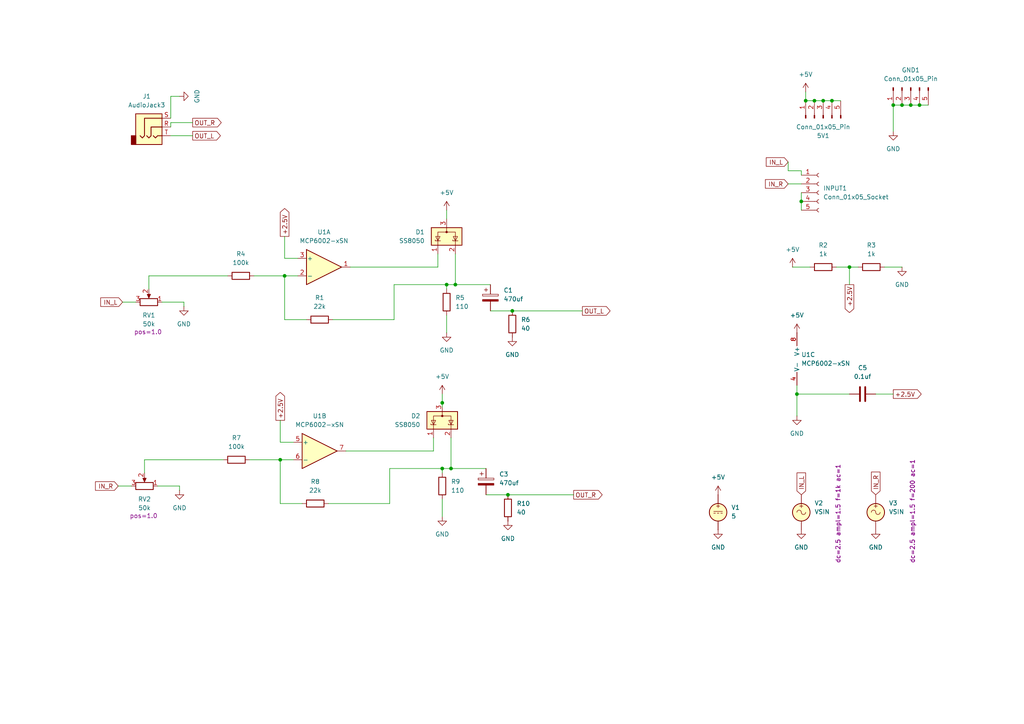
<source format=kicad_sch>
(kicad_sch (version 20231120) (generator "eeschema") (generator_version "8.0")
  (paper "A4")
  (lib_symbols
    (symbol "Amplifier_Operational:MCP6002-xSN" (pin_names (offset 0.127))
      (property "Reference" "U" (at 0 5.08 0))
      (property "Value" "MCP6002-xSN" (at 0 -5.08 0))
      (symbol "MCP6002-xSN_1_1"
        (polyline (pts (xy -5.08 5.08) (xy 5.08 0) (xy -5.08 -5.08) (xy -5.08 5.08)) (stroke (width 0.254)) (fill (type background)))
        (pin output line (at 7.62 0 180) (length 2.54) (name "~") (number "1"))
        (pin input line (at -7.62 -2.54 0) (length 2.54) (name "-") (number "2"))
        (pin input line (at -7.62 2.54 0) (length 2.54) (name "+") (number "3"))
      )
      (symbol "MCP6002-xSN_2_1"
        (polyline (pts (xy -5.08 5.08) (xy 5.08 0) (xy -5.08 -5.08) (xy -5.08 5.08)) (stroke (width 0.254)) (fill (type background)))
        (pin input line (at -7.62 2.54 0) (length 2.54) (name "+") (number "5"))
        (pin input line (at -7.62 -2.54 0) (length 2.54) (name "-") (number "6"))
        (pin output line (at 7.62 0 180) (length 2.54) (name "~") (number "7"))
      )
      (symbol "MCP6002-xSN_3_1"
        (pin power_in line (at -2.54 -7.62 90) (length 3.81) (name "V-") (number "4"))
        (pin power_in line (at -2.54 7.62 270) (length 3.81) (name "V+") (number "8"))
      )
    )
    (symbol "Connector:Conn_01x05_Pin" (pin_names (offset 1.016) hide)
      (property "Reference" "J" (at 0 7.62 0))
      (property "Value" "Conn_01x05_Pin" (at 0 -7.62 0))
      (symbol "Conn_01x05_Pin_1_1"
        (polyline (pts (xy 1.27 -5.08) (xy 0.8636 -5.08)) (stroke (width 0.1524)))
        (polyline (pts (xy 1.27 -2.54) (xy 0.8636 -2.54)) (stroke (width 0.1524)))
        (polyline (pts (xy 1.27 0) (xy 0.8636 0)) (stroke (width 0.1524)))
        (polyline (pts (xy 1.27 2.54) (xy 0.8636 2.54)) (stroke (width 0.1524)))
        (polyline (pts (xy 1.27 5.08) (xy 0.8636 5.08)) (stroke (width 0.1524)))
        (rectangle (start 0.8636 -4.953) (end 0 -5.207) (stroke (width 0.1524)) (fill (type outline)))
        (rectangle (start 0.8636 -2.413) (end 0 -2.667) (stroke (width 0.1524)) (fill (type outline)))
        (rectangle (start 0.8636 0.127) (end 0 -0.127) (stroke (width 0.1524)) (fill (type outline)))
        (rectangle (start 0.8636 2.667) (end 0 2.413) (stroke (width 0.1524)) (fill (type outline)))
        (rectangle (start 0.8636 5.207) (end 0 4.953) (stroke (width 0.1524)) (fill (type outline)))
        (pin passive line (at 5.08 5.08 180) (length 3.81) (name "Pin_1") (number "1"))
        (pin passive line (at 5.08 2.54 180) (length 3.81) (name "Pin_2") (number "2"))
        (pin passive line (at 5.08 0 180) (length 3.81) (name "Pin_3") (number "3"))
        (pin passive line (at 5.08 -2.54 180) (length 3.81) (name "Pin_4") (number "4"))
        (pin passive line (at 5.08 -5.08 180) (length 3.81) (name "Pin_5") (number "5"))
      )
    )
    (symbol "Connector:Conn_01x05_Socket" (pin_names (offset 1.016) hide)
      (property "Reference" "J" (at 0 7.62 0))
      (property "Value" "Conn_01x05_Socket" (at 0 -7.62 0))
      (symbol "Conn_01x05_Socket_1_1"
        (arc (start 0 -4.572) (mid -0.5058 -5.08) (end 0 -5.588) (stroke (width 0.1524)))
        (arc (start 0 -2.032) (mid -0.5058 -2.54) (end 0 -3.048) (stroke (width 0.1524)))
        (polyline (pts (xy -1.27 -5.08) (xy -0.508 -5.08)) (stroke (width 0.1524)))
        (polyline (pts (xy -1.27 -2.54) (xy -0.508 -2.54)) (stroke (width 0.1524)))
        (polyline (pts (xy -1.27 0) (xy -0.508 0)) (stroke (width 0.1524)))
        (polyline (pts (xy -1.27 2.54) (xy -0.508 2.54)) (stroke (width 0.1524)))
        (polyline (pts (xy -1.27 5.08) (xy -0.508 5.08)) (stroke (width 0.1524)))
        (arc (start 0 0.508) (mid -0.5058 0) (end 0 -0.508) (stroke (width 0.1524)))
        (arc (start 0 3.048) (mid -0.5058 2.54) (end 0 2.032) (stroke (width 0.1524)))
        (arc (start 0 5.588) (mid -0.5058 5.08) (end 0 4.572) (stroke (width 0.1524)))
        (pin passive line (at -5.08 5.08 0) (length 3.81) (name "Pin_1") (number "1"))
        (pin passive line (at -5.08 2.54 0) (length 3.81) (name "Pin_2") (number "2"))
        (pin passive line (at -5.08 0 0) (length 3.81) (name "Pin_3") (number "3"))
        (pin passive line (at -5.08 -2.54 0) (length 3.81) (name "Pin_4") (number "4"))
        (pin passive line (at -5.08 -5.08 0) (length 3.81) (name "Pin_5") (number "5"))
      )
    )
    (symbol "Connector_Audio:AudioJack3"
      (property "Reference" "J" (at 0 8.89 0))
      (property "Value" "AudioJack3" (at 0 6.35 0))
      (symbol "AudioJack3_0_1"
        (rectangle (start -5.08 -5.08) (end -6.35 -2.54) (stroke (width 0.254)) (fill (type outline)))
        (polyline (pts (xy 0 -2.54) (xy 0.635 -3.175) (xy 1.27 -2.54) (xy 2.54 -2.54)) (stroke (width 0.254)))
        (polyline (pts (xy -1.905 -2.54) (xy -1.27 -3.175) (xy -0.635 -2.54) (xy -0.635 0) (xy 2.54 0)) (stroke (width 0.254)))
        (polyline (pts (xy 2.54 2.54) (xy -2.54 2.54) (xy -2.54 -2.54) (xy -3.175 -3.175) (xy -3.81 -2.54)) (stroke (width 0.254)))
        (rectangle (start 2.54 3.81) (end -5.08 -5.08) (stroke (width 0.254)) (fill (type background)))
      )
      (symbol "AudioJack3_1_1"
        (pin passive line (at 5.08 0 180) (length 2.54) (name "~") (number "R"))
        (pin passive line (at 5.08 2.54 180) (length 2.54) (name "~") (number "S"))
        (pin passive line (at 5.08 -2.54 180) (length 2.54) (name "~") (number "T"))
      )
    )
    (symbol "Device:C" (pin_numbers hide) (pin_names (offset 0.254))
      (property "Reference" "C" (at 0.635 2.54 0))
      (property "Value" "C" (at 0.635 -2.54 0))
      (symbol "C_0_1"
        (polyline (pts (xy -2.032 -0.762) (xy 2.032 -0.762)) (stroke (width 0.508)))
        (polyline (pts (xy -2.032 0.762) (xy 2.032 0.762)) (stroke (width 0.508)))
      )
      (symbol "C_1_1"
        (pin passive line (at 0 3.81 270) (length 2.794) (name "~") (number "1"))
        (pin passive line (at 0 -3.81 90) (length 2.794) (name "~") (number "2"))
      )
    )
    (symbol "Device:C_Polarized" (pin_numbers hide) (pin_names (offset 0.254))
      (property "Reference" "C" (at 0.635 2.54 0))
      (property "Value" "C_Polarized" (at 0.635 -2.54 0))
      (symbol "C_Polarized_0_1"
        (rectangle (start -2.286 0.508) (end 2.286 1.016))
        (polyline (pts (xy -1.778 2.286) (xy -0.762 2.286)))
        (polyline (pts (xy -1.27 2.794) (xy -1.27 1.778)))
        (rectangle (start 2.286 -0.508) (end -2.286 -1.016) (fill (type outline)))
      )
      (symbol "C_Polarized_1_1"
        (pin passive line (at 0 3.81 270) (length 2.794) (name "~") (number "1"))
        (pin passive line (at 0 -3.81 90) (length 2.794) (name "~") (number "2"))
      )
    )
    (symbol "Device:R" (pin_numbers hide) (pin_names (offset 0))
      (property "Reference" "R" (at 2.032 0 90))
      (property "Value" "R" (at 0 0 90))
      (symbol "R_0_1"
        (rectangle (start -1.016 -2.54) (end 1.016 2.54) (stroke (width 0.254)))
      )
      (symbol "R_1_1"
        (pin passive line (at 0 3.81 270) (length 1.27) (name "~") (number "1"))
        (pin passive line (at 0 -3.81 90) (length 1.27) (name "~") (number "2"))
      )
    )
    (symbol "Device:R_Potentiometer" (pin_names (offset 1.016) hide)
      (property "Reference" "RV" (at -4.445 0 90))
      (property "Value" "R_Potentiometer" (at -2.54 0 90))
      (symbol "R_Potentiometer_0_1"
        (polyline (pts (xy 2.54 0) (xy 1.524 0)))
        (polyline (pts (xy 1.143 0) (xy 2.286 0.508) (xy 2.286 -0.508) (xy 1.143 0)) (fill (type outline)))
        (rectangle (start 1.016 2.54) (end -1.016 -2.54) (stroke (width 0.254)))
      )
      (symbol "R_Potentiometer_1_1"
        (pin passive line (at 0 3.81 270) (length 1.27) (name "1") (number "1"))
        (pin passive line (at 3.81 0 180) (length 1.27) (name "2") (number "2"))
        (pin passive line (at 0 -3.81 90) (length 1.27) (name "3") (number "3"))
      )
    )
    (symbol "Power_Protection:ESDA5V3L" (pin_names hide)
      (property "Reference" "D" (at 5.715 2.54 0))
      (property "Value" "ESDA5V3L" (at 5.715 0.635 0))
      (symbol "ESDA5V3L_0_0"
        (pin passive line (at 0 -5.08 90) (length 2.54) (name "A") (number "3"))
      )
      (symbol "ESDA5V3L_0_1"
        (rectangle (start -4.445 2.54) (end 4.445 -2.54) (stroke (width 0.254)) (fill (type background)))
        (circle (center 0 -1.27) (radius 0.254) (fill (type outline)))
        (polyline (pts (xy -2.54 2.54) (xy -2.54 1.27)))
        (polyline (pts (xy 0 -1.27) (xy 0 -2.54)))
        (polyline (pts (xy 2.54 2.54) (xy 2.54 1.27)))
        (polyline (pts (xy -3.302 1.016) (xy -3.302 1.27) (xy -1.905 1.27) (xy -1.778 1.27)))
        (polyline (pts (xy -2.54 1.27) (xy -2.54 -1.27) (xy 2.54 -1.27) (xy 2.54 1.27)))
        (polyline (pts (xy -2.54 1.27) (xy -1.905 0) (xy -3.175 0) (xy -2.54 1.27)))
        (polyline (pts (xy 1.778 1.016) (xy 1.778 1.27) (xy 3.175 1.27) (xy 3.302 1.27)))
        (polyline (pts (xy 2.54 1.27) (xy 1.905 0) (xy 3.175 0) (xy 2.54 1.27)))
      )
      (symbol "ESDA5V3L_1_1"
        (pin passive line (at -2.54 5.08 270) (length 2.54) (name "K") (number "1"))
        (pin passive line (at 2.54 5.08 270) (length 2.54) (name "K") (number "2"))
      )
    )
    (symbol "Simulation_SPICE:VDC" (pin_numbers hide) (pin_names (offset 0.0254))
      (property "Reference" "V" (at 2.54 2.54 0))
      (property "Value" "1" (at 2.54 0 0))
      (symbol "VDC_0_0"
        (polyline (pts (xy -1.27 0.254) (xy 1.27 0.254)))
        (polyline (pts (xy -0.762 -0.254) (xy -1.27 -0.254)))
        (polyline (pts (xy 0.254 -0.254) (xy -0.254 -0.254)))
        (polyline (pts (xy 1.27 -0.254) (xy 0.762 -0.254)))
        (text "+" (at 0 1.905 0) (effects (font (size 1.27 1.27))))
      )
      (symbol "VDC_0_1"
        (circle (center 0 0) (radius 2.54) (stroke (width 0.254)) (fill (type background)))
      )
      (symbol "VDC_1_1"
        (pin passive line (at 0 5.08 270) (length 2.54) (name "~") (number "1"))
        (pin passive line (at 0 -5.08 90) (length 2.54) (name "~") (number "2"))
      )
    )
    (symbol "Simulation_SPICE:VSIN" (pin_numbers hide) (pin_names (offset 0.0254))
      (property "Reference" "V" (at 2.54 2.54 0))
      (property "Value" "VSIN" (at 2.54 0 0))
      (property "Sim.Params" "dc=0 ampl=1 f=1k ac=1" (at 2.54 -2.54 0))
      (symbol "VSIN_0_0"
        (arc (start 0 0) (mid -0.635 0.6323) (end -1.27 0))
        (arc (start 0 0) (mid 0.635 -0.6323) (end 1.27 0))
        (text "+" (at 0 1.905 0) (effects (font (size 1.27 1.27))))
      )
      (symbol "VSIN_0_1"
        (circle (center 0 0) (radius 2.54) (stroke (width 0.254)) (fill (type background)))
      )
      (symbol "VSIN_1_1"
        (pin passive line (at 0 5.08 270) (length 2.54) (name "~") (number "1"))
        (pin passive line (at 0 -5.08 90) (length 2.54) (name "~") (number "2"))
      )
    )
    (symbol "power:+5V" (power) (pin_numbers hide) (pin_names (offset 0) hide)
      (property "Value" "+5V" (at 0 3.556 0))
      (symbol "+5V_0_1"
        (polyline (pts (xy -0.762 1.27) (xy 0 2.54)))
        (polyline (pts (xy 0 0) (xy 0 2.54)))
        (polyline (pts (xy 0 2.54) (xy 0.762 1.27)))
      )
      (symbol "+5V_1_1"
        (pin power_in line (at 0 0 90) (length 0) (name "~") (number "1"))
      )
    )
    (symbol "power:GND" (power) (pin_numbers hide) (pin_names (offset 0) hide)
      (property "Value" "GND" (at 0 -3.81 0))
      (symbol "GND_0_1"
        (polyline (pts (xy 0 0) (xy 0 -1.27) (xy 1.27 -1.27) (xy 0 -2.54) (xy -1.27 -1.27) (xy 0 -1.27)))
      )
      (symbol "GND_1_1"
        (pin power_in line (at 0 0 270) (length 0) (name "~") (number "1"))
      )
    )
  )
  (junction (at 82.55 80.01))
  (junction (at 261.62 30.48))
  (junction (at 81.28 133.35))
  (junction (at 128.27 135.89))
  (junction (at 266.7 30.48))
  (junction (at 129.54 82.55))
  (junction (at 241.3 29.21))
  (junction (at 231.14 114.3))
  (junction (at 130.81 135.89))
  (junction (at 264.16 30.48))
  (junction (at 236.22 29.21))
  (junction (at 232.41 58.42))
  (junction (at 246.38 77.47))
  (junction (at 148.59 90.17))
  (junction (at 128.27 116.84))
  (junction (at 132.08 82.55))
  (junction (at 147.32 143.51))
  (junction (at 233.68 29.21))
  (junction (at 238.76 29.21))
  (junction (at 259.08 30.48))
  (wire (pts (xy 128.27 149.86) (xy 128.27 144.78)))
  (wire (pts (xy 128.27 116.84) (xy 128.27 118.11)))
  (wire (pts (xy 53.34 87.63) (xy 53.34 88.9)))
  (wire (pts (xy 231.14 120.65) (xy 231.14 114.3)))
  (wire (pts (xy 147.32 143.51) (xy 166.37 143.51)))
  (wire (pts (xy 129.54 82.55) (xy 132.08 82.55)))
  (wire (pts (xy 55.88 39.37) (xy 49.53 39.37)))
  (wire (pts (xy 81.28 121.92) (xy 81.28 128.27)))
  (wire (pts (xy 228.6 46.99) (xy 228.6 49.53)))
  (wire (pts (xy 242.57 77.47) (xy 246.38 77.47)))
  (wire (pts (xy 88.9 92.71) (xy 82.55 92.71)))
  (wire (pts (xy 82.55 68.58) (xy 82.55 74.93)))
  (wire (pts (xy 232.41 58.42) (xy 232.41 60.96)))
  (wire (pts (xy 81.28 133.35) (xy 85.09 133.35)))
  (wire (pts (xy 243.84 29.21) (xy 241.3 29.21)))
  (wire (pts (xy 130.81 135.89) (xy 140.97 135.89)))
  (wire (pts (xy 73.66 80.01) (xy 82.55 80.01)))
  (wire (pts (xy 233.68 26.67) (xy 233.68 29.21)))
  (wire (pts (xy 228.6 53.34) (xy 232.41 53.34)))
  (wire (pts (xy 128.27 135.89) (xy 130.81 135.89)))
  (wire (pts (xy 82.55 74.93) (xy 86.36 74.93)))
  (wire (pts (xy 96.52 92.71) (xy 114.3 92.71)))
  (wire (pts (xy 266.7 30.48) (xy 269.24 30.48)))
  (wire (pts (xy 114.3 92.71) (xy 114.3 82.55)))
  (wire (pts (xy 132.08 82.55) (xy 142.24 82.55)))
  (wire (pts (xy 127 77.47) (xy 127 73.66)))
  (wire (pts (xy 100.33 130.81) (xy 125.73 130.81)))
  (wire (pts (xy 49.53 27.94) (xy 49.53 34.29)))
  (wire (pts (xy 114.3 82.55) (xy 129.54 82.55)))
  (wire (pts (xy 259.08 30.48) (xy 261.62 30.48)))
  (wire (pts (xy 81.28 146.05) (xy 81.28 133.35)))
  (wire (pts (xy 129.54 96.52) (xy 129.54 91.44)))
  (wire (pts (xy 259.08 30.48) (xy 259.08 38.1)))
  (wire (pts (xy 128.27 137.16) (xy 128.27 135.89)))
  (wire (pts (xy 241.3 29.21) (xy 238.76 29.21)))
  (wire (pts (xy 228.6 49.53) (xy 232.41 49.53)))
  (wire (pts (xy 49.53 35.56) (xy 49.53 36.83)))
  (wire (pts (xy 55.88 35.56) (xy 49.53 35.56)))
  (wire (pts (xy 264.16 30.48) (xy 266.7 30.48)))
  (wire (pts (xy 101.6 77.47) (xy 127 77.47)))
  (wire (pts (xy 82.55 92.71) (xy 82.55 80.01)))
  (wire (pts (xy 236.22 29.21) (xy 233.68 29.21)))
  (wire (pts (xy 261.62 77.47) (xy 256.54 77.47)))
  (wire (pts (xy 87.63 146.05) (xy 81.28 146.05)))
  (wire (pts (xy 46.99 87.63) (xy 53.34 87.63)))
  (wire (pts (xy 238.76 29.21) (xy 236.22 29.21)))
  (wire (pts (xy 43.18 80.01) (xy 66.04 80.01)))
  (wire (pts (xy 81.28 128.27) (xy 85.09 128.27)))
  (wire (pts (xy 72.39 133.35) (xy 81.28 133.35)))
  (wire (pts (xy 232.41 49.53) (xy 232.41 50.8)))
  (wire (pts (xy 259.08 114.3) (xy 254 114.3)))
  (wire (pts (xy 125.73 130.81) (xy 125.73 127)))
  (wire (pts (xy 132.08 73.66) (xy 132.08 82.55)))
  (wire (pts (xy 246.38 77.47) (xy 248.92 77.47)))
  (wire (pts (xy 113.03 146.05) (xy 113.03 135.89)))
  (wire (pts (xy 231.14 114.3) (xy 246.38 114.3)))
  (wire (pts (xy 41.91 137.16) (xy 41.91 133.35)))
  (wire (pts (xy 140.97 143.51) (xy 147.32 143.51)))
  (wire (pts (xy 35.56 87.63) (xy 39.37 87.63)))
  (wire (pts (xy 128.27 114.3) (xy 128.27 116.84)))
  (wire (pts (xy 229.87 77.47) (xy 234.95 77.47)))
  (wire (pts (xy 129.54 60.96) (xy 129.54 63.5)))
  (wire (pts (xy 113.03 135.89) (xy 128.27 135.89)))
  (wire (pts (xy 45.72 140.97) (xy 52.07 140.97)))
  (wire (pts (xy 52.07 140.97) (xy 52.07 142.24)))
  (wire (pts (xy 130.81 127) (xy 130.81 135.89)))
  (wire (pts (xy 95.25 146.05) (xy 113.03 146.05)))
  (wire (pts (xy 129.54 83.82) (xy 129.54 82.55)))
  (wire (pts (xy 246.38 77.47) (xy 246.38 82.55)))
  (wire (pts (xy 231.14 114.3) (xy 231.14 111.76)))
  (wire (pts (xy 43.18 83.82) (xy 43.18 80.01)))
  (wire (pts (xy 52.07 27.94) (xy 49.53 27.94)))
  (wire (pts (xy 142.24 90.17) (xy 148.59 90.17)))
  (wire (pts (xy 34.29 140.97) (xy 38.1 140.97)))
  (wire (pts (xy 82.55 80.01) (xy 86.36 80.01)))
  (wire (pts (xy 232.41 55.88) (xy 232.41 58.42)))
  (wire (pts (xy 41.91 133.35) (xy 64.77 133.35)))
  (wire (pts (xy 148.59 90.17) (xy 168.91 90.17)))
  (wire (pts (xy 261.62 30.48) (xy 264.16 30.48)))
  (global_label "+2.5V" (shape output) (at 259.08 114.3 0) (property "Intersheetrefs" "${INTERSHEET_REFS}" (effects (hide yes))))
  (global_label "+2.5V" (shape output) (at 81.28 121.92 90) (property "Intersheetrefs" "${INTERSHEET_REFS}" (effects (hide yes))))
  (global_label "IN_L" (shape input) (at 232.41 143.51 90) (property "Intersheetrefs" "${INTERSHEET_REFS}" (effects (hide yes))))
  (global_label "+2.5V" (shape output) (at 246.38 82.55 270) (property "Intersheetrefs" "${INTERSHEET_REFS}" (effects (hide yes))))
  (global_label "IN_R" (shape input) (at 254 143.51 90) (property "Intersheetrefs" "${INTERSHEET_REFS}" (effects (hide yes))))
  (global_label "IN_L" (shape input) (at 228.6 46.99 180) (property "Intersheetrefs" "${INTERSHEET_REFS}" (effects (hide yes))))
  (global_label "IN_R" (shape input) (at 228.6 53.34 180) (property "Intersheetrefs" "${INTERSHEET_REFS}" (effects (hide yes))))
  (global_label "IN_R" (shape input) (at 34.29 140.97 180) (property "Intersheetrefs" "${INTERSHEET_REFS}" (effects (hide yes))))
  (global_label "+2.5V" (shape output) (at 82.55 68.58 90) (property "Intersheetrefs" "${INTERSHEET_REFS}" (effects (hide yes))))
  (global_label "OUT_L" (shape output) (at 168.91 90.17 0) (property "Intersheetrefs" "${INTERSHEET_REFS}" (effects (hide yes))))
  (global_label "OUT_L" (shape output) (at 55.88 39.37 0) (property "Intersheetrefs" "${INTERSHEET_REFS}" (effects (hide yes))))
  (global_label "OUT_R" (shape output) (at 55.88 35.56 0) (property "Intersheetrefs" "${INTERSHEET_REFS}" (effects (hide yes))))
  (global_label "IN_L" (shape input) (at 35.56 87.63 180) (property "Intersheetrefs" "${INTERSHEET_REFS}" (effects (hide yes))))
  (global_label "OUT_R" (shape output) (at 166.37 143.51 0) (property "Intersheetrefs" "${INTERSHEET_REFS}" (effects (hide yes))))
  (symbol (lib_id "Device:C") (at 250.19 114.3 90) (unit 1)
    (property "Reference" "C5" (at 250.19 106.68 90))
    (property "Value" "0.1uf" (at 250.19 109.22 90))
    (property "Footprint" "Capacitor_SMD:C_0402_1005Metric" (effects (hide yes)))
    (property "Description" "Unpolarized capacitor" (effects (hide yes)))
  )
  (symbol (lib_id "power:+5V") (at 233.68 26.67 0) (unit 1)
    (property "Reference" "#PWR01" (effects (hide yes)))
    (property "Value" "+5V" (at 233.68 21.59 0))
    (property "Description" "Power symbol creates a global label with name \"+5V\"" (effects (hide yes)))
  )
  (symbol (lib_id "Device:C_Polarized") (at 140.97 139.7 0) (unit 1)
    (property "Reference" "C3" (at 144.78 137.5409 0) (effects (justify left)))
    (property "Value" "470uf" (at 144.78 140.0809 0) (effects (justify left)))
    (property "Footprint" "Capacitor_SMD:CP_Elec_6.3x7.7" (effects (hide yes)))
    (property "Description" "Polarized capacitor" (effects (hide yes)))
  )
  (symbol (lib_id "Connector:Conn_01x05_Pin") (at 238.76 34.29 90) (unit 1) (exclude_from_sim yes)
    (property "Reference" "5V1" (at 238.76 39.37 90))
    (property "Value" "Conn_01x05_Pin" (at 238.76 36.83 90))
    (property "Footprint" "Connector_PinHeader_2.54mm:PinHeader_1x05_P2.54mm_Vertical" (effects (hide yes)))
    (property "Description" "Generic connector, single row, 01x05, script generated" (effects (hide yes)))
  )
  (symbol (lib_id "Device:R_Potentiometer") (at 41.91 140.97 270) (mirror x) (unit 1)
    (property "Reference" "RV2" (at 41.91 144.78 90))
    (property "Value" "50k" (at 41.91 147.32 90))
    (property "Footprint" "BreadModular_Pots:Potentiometer_RV09" (effects (hide yes)))
    (property "Description" "Potentiometer" (effects (hide yes)))
    (property "Sim.Device" "R" (effects (hide yes)))
    (property "Sim.Type" "POT" (effects (hide yes)))
    (property "Sim.Pins" "1=r0 2=wiper 3=r1" (effects (hide yes)))
    (property "Sim.Params" "pos=1.0" (at 41.656 149.606 90))
  )
  (symbol (lib_id "Device:R") (at 148.59 93.98 180) (unit 1) (on_board no)
    (property "Reference" "R6" (at 151.13 92.7099 0) (effects (justify right)))
    (property "Value" "40" (at 151.13 95.2499 0) (effects (justify right)))
    (property "Footprint" "Resistor_SMD:R_0402_1005Metric" (effects (hide yes)))
    (property "Description" "Resistor" (effects (hide yes)))
  )
  (symbol (lib_id "Power_Protection:ESDA5V3L") (at 129.54 68.58 0) (mirror x) (unit 1)
    (property "Reference" "D1" (at 123.19 67.3099 0) (effects (justify right)))
    (property "Value" "SS8050" (at 123.19 69.8499 0) (effects (justify right)))
    (property "Footprint" "Package_TO_SOT_SMD:SOT-23" (effects (hide yes)))
    (property "Datasheet" "https://www.st.com/resource/en/datasheet/esdal.pdf" (effects (hide yes)))
    (property "Description" "TVS Diode Array, 5.5V Standoff, 2 Channels, SOT23" (effects (hide yes)))
    (property "Sim.Device" "NPN" (effects (hide yes)))
    (property "Sim.Type" "GUMMELPOON" (effects (hide yes)))
    (property "Sim.Pins" "1=B 2=E 3=C" (effects (hide yes)))
  )
  (symbol (lib_id "power:GND") (at 261.62 77.47 0) (unit 1)
    (property "Reference" "#PWR06" (effects (hide yes)))
    (property "Value" "GND" (at 261.62 82.55 0))
    (property "Description" "Power symbol creates a global label with name \"GND\" , ground" (effects (hide yes)))
  )
  (symbol (lib_id "Amplifier_Operational:MCP6002-xSN") (at 233.68 104.14 0) (unit 3)
    (property "Reference" "U1" (at 232.41 102.8699 0) (effects (justify left)))
    (property "Value" "MCP6002-xSN" (at 232.41 105.4099 0) (effects (justify left)))
    (property "Footprint" "Package_SO:SOIC-8-1EP_3.9x4.9mm_P1.27mm_EP2.29x3mm" (effects (hide yes)))
    (property "Datasheet" "http://ww1.microchip.com/downloads/en/DeviceDoc/21733j.pdf" (effects (hide yes)))
    (property "Description" "1MHz, Low-Power Op Amp, SOIC-8" (effects (hide yes)))
    (property "Sim.Library" "${KICAD8_SYMBOL_DIR}/Simulation_SPICE.sp" (effects (hide yes)))
    (property "Sim.Name" "kicad_builtin_opamp_dual" (effects (hide yes)))
    (property "Sim.Device" "SUBCKT" (effects (hide yes)))
    (property "Sim.Pins" "1=out1 2=in1- 3=in1+ 4=vee 5=in2+ 6=in2- 7=out2 8=vcc" (effects (hide yes)))
  )
  (symbol (lib_id "Connector_Audio:AudioJack3") (at 44.45 36.83 0) (unit 1) (exclude_from_sim yes)
    (property "Reference" "J1" (at 42.545 27.94 0))
    (property "Value" "AudioJack3" (at 42.545 30.48 0))
    (property "Footprint" "BreadModular_AudioJacks:Jack_3.5mm_QingPu_WQP-PJ366ST_Vertical" (effects (hide yes)))
    (property "Description" "Audio Jack, 3 Poles (Stereo / TRS)" (effects (hide yes)))
  )
  (symbol (lib_id "power:GND") (at 259.08 38.1 0) (unit 1)
    (property "Reference" "#PWR05" (effects (hide yes)))
    (property "Value" "GND" (at 259.08 43.18 0))
    (property "Description" "Power symbol creates a global label with name \"GND\" , ground" (effects (hide yes)))
  )
  (symbol (lib_id "power:+5V") (at 129.54 60.96 0) (unit 1)
    (property "Reference" "#PWR011" (effects (hide yes)))
    (property "Value" "+5V" (at 129.54 55.88 0))
    (property "Description" "Power symbol creates a global label with name \"+5V\"" (effects (hide yes)))
  )
  (symbol (lib_id "Amplifier_Operational:MCP6002-xSN") (at 93.98 77.47 0) (unit 1)
    (property "Reference" "U1" (at 93.98 67.31 0))
    (property "Value" "MCP6002-xSN" (at 93.98 69.85 0))
    (property "Footprint" "Package_SO:SOIC-8-1EP_3.9x4.9mm_P1.27mm_EP2.29x3mm" (effects (hide yes)))
    (property "Datasheet" "http://ww1.microchip.com/downloads/en/DeviceDoc/21733j.pdf" (effects (hide yes)))
    (property "Description" "1MHz, Low-Power Op Amp, SOIC-8" (effects (hide yes)))
    (property "Sim.Library" "${KICAD8_SYMBOL_DIR}/Simulation_SPICE.sp" (effects (hide yes)))
    (property "Sim.Name" "kicad_builtin_opamp_dual" (effects (hide yes)))
    (property "Sim.Device" "SUBCKT" (effects (hide yes)))
    (property "Sim.Pins" "1=out1 2=in1- 3=in1+ 4=vee 5=in2+ 6=in2- 7=out2 8=vcc" (effects (hide yes)))
  )
  (symbol (lib_id "power:+5V") (at 229.87 77.47 0) (unit 1)
    (property "Reference" "#PWR04" (effects (hide yes)))
    (property "Value" "+5V" (at 229.87 72.39 0))
    (property "Description" "Power symbol creates a global label with name \"+5V\"" (effects (hide yes)))
  )
  (symbol (lib_id "power:GND") (at 147.32 151.13 0) (unit 1) (on_board no)
    (property "Reference" "#PWR017" (effects (hide yes)))
    (property "Value" "GND" (at 147.32 156.21 0))
    (property "Description" "Power symbol creates a global label with name \"GND\" , ground" (effects (hide yes)))
  )
  (symbol (lib_id "power:GND") (at 52.07 27.94 90) (unit 1)
    (property "Reference" "#PWR019" (effects (hide yes)))
    (property "Value" "GND" (at 57.15 27.94 0))
    (property "Description" "Power symbol creates a global label with name \"GND\" , ground" (effects (hide yes)))
  )
  (symbol (lib_id "Device:R") (at 128.27 140.97 180) (unit 1)
    (property "Reference" "R9" (at 130.81 139.6999 0) (effects (justify right)))
    (property "Value" "110" (at 130.81 142.2399 0) (effects (justify right)))
    (property "Footprint" "Resistor_SMD:R_0402_1005Metric" (effects (hide yes)))
    (property "Description" "Resistor" (effects (hide yes)))
  )
  (symbol (lib_id "power:GND") (at 231.14 120.65 0) (unit 1)
    (property "Reference" "#PWR03" (effects (hide yes)))
    (property "Value" "GND" (at 231.14 125.73 0))
    (property "Description" "Power symbol creates a global label with name \"GND\" , ground" (effects (hide yes)))
  )
  (symbol (lib_id "Amplifier_Operational:MCP6002-xSN") (at 92.71 130.81 0) (unit 2)
    (property "Reference" "U1" (at 92.71 120.65 0))
    (property "Value" "MCP6002-xSN" (at 92.71 123.19 0))
    (property "Footprint" "Package_SO:SOIC-8-1EP_3.9x4.9mm_P1.27mm_EP2.29x3mm" (effects (hide yes)))
    (property "Datasheet" "http://ww1.microchip.com/downloads/en/DeviceDoc/21733j.pdf" (effects (hide yes)))
    (property "Description" "1MHz, Low-Power Op Amp, SOIC-8" (effects (hide yes)))
    (property "Sim.Library" "${KICAD8_SYMBOL_DIR}/Simulation_SPICE.sp" (effects (hide yes)))
    (property "Sim.Name" "kicad_builtin_opamp_dual" (effects (hide yes)))
    (property "Sim.Device" "SUBCKT" (effects (hide yes)))
    (property "Sim.Pins" "1=out1 2=in1- 3=in1+ 4=vee 5=in2+ 6=in2- 7=out2 8=vcc" (effects (hide yes)))
  )
  (symbol (lib_id "Simulation_SPICE:VSIN") (at 254 148.59 0) (unit 1) (on_board no)
    (property "Reference" "V3" (at 257.81 145.9201 0) (effects (justify left)))
    (property "Value" "VSIN" (at 257.81 148.4601 0) (effects (justify left)))
    (property "Datasheet" "https://ngspice.sourceforge.io/docs/ngspice-html-manual/manual.xhtml#sec_Independent_Sources_for" (effects (hide yes)))
    (property "Description" "Voltage source, sinusoidal" (effects (hide yes)))
    (property "Sim.Pins" "1=+ 2=-" (effects (hide yes)))
    (property "Sim.Params" "dc=2.5 ampl=1.5 f=200 ac=1" (at 264.668 163.322 90) (effects (justify left)))
    (property "Sim.Type" "SIN" (effects (hide yes)))
    (property "Sim.Device" "V" (effects (hide yes)))
  )
  (symbol (lib_id "power:GND") (at 254 153.67 0) (unit 1)
    (property "Reference" "#PWR018" (effects (hide yes)))
    (property "Value" "GND" (at 254 158.75 0))
    (property "Description" "Power symbol creates a global label with name \"GND\" , ground" (effects (hide yes)))
  )
  (symbol (lib_id "power:+5V") (at 231.14 96.52 0) (unit 1)
    (property "Reference" "#PWR02" (effects (hide yes)))
    (property "Value" "+5V" (at 231.14 91.44 0))
    (property "Description" "Power symbol creates a global label with name \"+5V\"" (effects (hide yes)))
  )
  (symbol (lib_id "Simulation_SPICE:VDC") (at 208.28 148.59 0) (unit 1) (on_board no)
    (property "Reference" "V1" (at 212.09 147.1901 0) (effects (justify left)))
    (property "Value" "5" (at 212.09 149.7301 0) (effects (justify left)))
    (property "Datasheet" "https://ngspice.sourceforge.io/docs/ngspice-html-manual/manual.xhtml#sec_Independent_Sources_for" (effects (hide yes)))
    (property "Description" "Voltage source, DC" (effects (hide yes)))
    (property "Sim.Pins" "1=+ 2=-" (effects (hide yes)))
    (property "Sim.Type" "DC" (effects (hide yes)))
    (property "Sim.Device" "V" (effects (hide yes)))
  )
  (symbol (lib_id "Device:R") (at 129.54 87.63 180) (unit 1)
    (property "Reference" "R5" (at 132.08 86.3599 0) (effects (justify right)))
    (property "Value" "110" (at 132.08 88.8999 0) (effects (justify right)))
    (property "Footprint" "Resistor_SMD:R_0402_1005Metric" (effects (hide yes)))
    (property "Description" "Resistor" (effects (hide yes)))
  )
  (symbol (lib_id "power:+5V") (at 128.27 114.3 0) (unit 1)
    (property "Reference" "#PWR015" (effects (hide yes)))
    (property "Value" "+5V" (at 128.27 109.22 0))
    (property "Description" "Power symbol creates a global label with name \"+5V\"" (effects (hide yes)))
  )
  (symbol (lib_id "power:GND") (at 208.28 153.67 0) (unit 1)
    (property "Reference" "#PWR07" (effects (hide yes)))
    (property "Value" "GND" (at 208.28 158.75 0))
    (property "Description" "Power symbol creates a global label with name \"GND\" , ground" (effects (hide yes)))
  )
  (symbol (lib_id "Device:R") (at 91.44 146.05 90) (unit 1)
    (property "Reference" "R8" (at 91.44 139.7 90))
    (property "Value" "22k" (at 91.44 142.24 90))
    (property "Footprint" "Resistor_SMD:R_0402_1005Metric" (effects (hide yes)))
    (property "Description" "Resistor" (effects (hide yes)))
  )
  (symbol (lib_id "power:GND") (at 52.07 142.24 0) (unit 1)
    (property "Reference" "#PWR014" (effects (hide yes)))
    (property "Value" "GND" (at 52.07 147.32 0))
    (property "Description" "Power symbol creates a global label with name \"GND\" , ground" (effects (hide yes)))
  )
  (symbol (lib_id "Simulation_SPICE:VSIN") (at 232.41 148.59 0) (unit 1) (on_board no)
    (property "Reference" "V2" (at 236.22 145.9201 0) (effects (justify left)))
    (property "Value" "VSIN" (at 236.22 148.4601 0) (effects (justify left)))
    (property "Datasheet" "https://ngspice.sourceforge.io/docs/ngspice-html-manual/manual.xhtml#sec_Independent_Sources_for" (effects (hide yes)))
    (property "Description" "Voltage source, sinusoidal" (effects (hide yes)))
    (property "Sim.Pins" "1=+ 2=-" (effects (hide yes)))
    (property "Sim.Params" "dc=2.5 ampl=1.5 f=1k ac=1" (at 243.078 163.322 90) (effects (justify left)))
    (property "Sim.Type" "SIN" (effects (hide yes)))
    (property "Sim.Device" "V" (effects (hide yes)))
  )
  (symbol (lib_id "power:GND") (at 128.27 149.86 0) (unit 1)
    (property "Reference" "#PWR016" (effects (hide yes)))
    (property "Value" "GND" (at 128.27 154.94 0))
    (property "Description" "Power symbol creates a global label with name \"GND\" , ground" (effects (hide yes)))
  )
  (symbol (lib_id "Device:R_Potentiometer") (at 43.18 87.63 270) (mirror x) (unit 1)
    (property "Reference" "RV1" (at 43.18 91.44 90))
    (property "Value" "50k" (at 43.18 93.98 90))
    (property "Footprint" "BreadModular_Pots:Potentiometer_RV09" (effects (hide yes)))
    (property "Description" "Potentiometer" (effects (hide yes)))
    (property "Sim.Device" "R" (effects (hide yes)))
    (property "Sim.Type" "POT" (effects (hide yes)))
    (property "Sim.Pins" "1=r0 2=wiper 3=r1" (effects (hide yes)))
    (property "Sim.Params" "pos=1.0" (at 42.926 96.266 90))
  )
  (symbol (lib_id "Power_Protection:ESDA5V3L") (at 128.27 121.92 0) (mirror x) (unit 1)
    (property "Reference" "D2" (at 121.92 120.6499 0) (effects (justify right)))
    (property "Value" "SS8050" (at 121.92 123.1899 0) (effects (justify right)))
    (property "Footprint" "Package_TO_SOT_SMD:SOT-23" (effects (hide yes)))
    (property "Datasheet" "https://www.st.com/resource/en/datasheet/esdal.pdf" (effects (hide yes)))
    (property "Description" "TVS Diode Array, 5.5V Standoff, 2 Channels, SOT23" (effects (hide yes)))
    (property "Sim.Device" "NPN" (effects (hide yes)))
    (property "Sim.Type" "GUMMELPOON" (effects (hide yes)))
    (property "Sim.Pins" "1=B 2=E 3=C" (effects (hide yes)))
  )
  (symbol (lib_id "power:+5V") (at 208.28 143.51 0) (unit 1)
    (property "Reference" "#PWR010" (effects (hide yes)))
    (property "Value" "+5V" (at 208.28 138.43 0))
    (property "Description" "Power symbol creates a global label with name \"+5V\"" (effects (hide yes)))
  )
  (symbol (lib_id "power:GND") (at 129.54 96.52 0) (unit 1)
    (property "Reference" "#PWR012" (effects (hide yes)))
    (property "Value" "GND" (at 129.54 101.6 0))
    (property "Description" "Power symbol creates a global label with name \"GND\" , ground" (effects (hide yes)))
  )
  (symbol (lib_id "Device:R") (at 69.85 80.01 90) (unit 1)
    (property "Reference" "R4" (at 69.85 73.66 90))
    (property "Value" "100k" (at 69.85 76.2 90))
    (property "Footprint" "Resistor_SMD:R_0402_1005Metric" (effects (hide yes)))
    (property "Description" "Resistor" (effects (hide yes)))
  )
  (symbol (lib_id "Connector:Conn_01x05_Socket") (at 237.49 55.88 0) (unit 1) (exclude_from_sim yes)
    (property "Reference" "INPUT1" (at 238.76 54.6099 0) (effects (justify left)))
    (property "Value" "Conn_01x05_Socket" (at 238.76 57.1499 0) (effects (justify left)))
    (property "Footprint" "Connector_PinSocket_2.54mm:PinSocket_1x05_P2.54mm_Vertical" (effects (hide yes)))
    (property "Description" "Generic connector, single row, 01x05, script generated" (effects (hide yes)))
  )
  (symbol (lib_id "Device:R") (at 68.58 133.35 90) (unit 1)
    (property "Reference" "R7" (at 68.58 127 90))
    (property "Value" "100k" (at 68.58 129.54 90))
    (property "Footprint" "Resistor_SMD:R_0402_1005Metric" (effects (hide yes)))
    (property "Description" "Resistor" (effects (hide yes)))
  )
  (symbol (lib_id "power:GND") (at 53.34 88.9 0) (unit 1)
    (property "Reference" "#PWR08" (effects (hide yes)))
    (property "Value" "GND" (at 53.34 93.98 0))
    (property "Description" "Power symbol creates a global label with name \"GND\" , ground" (effects (hide yes)))
  )
  (symbol (lib_id "Device:R") (at 92.71 92.71 90) (unit 1)
    (property "Reference" "R1" (at 92.71 86.36 90))
    (property "Value" "22k" (at 92.71 88.9 90))
    (property "Footprint" "Resistor_SMD:R_0402_1005Metric" (effects (hide yes)))
    (property "Description" "Resistor" (effects (hide yes)))
  )
  (symbol (lib_id "power:GND") (at 148.59 97.79 0) (unit 1) (on_board no)
    (property "Reference" "#PWR013" (effects (hide yes)))
    (property "Value" "GND" (at 148.59 102.87 0))
    (property "Description" "Power symbol creates a global label with name \"GND\" , ground" (effects (hide yes)))
  )
  (symbol (lib_id "Device:C_Polarized") (at 142.24 86.36 0) (unit 1)
    (property "Reference" "C1" (at 146.05 84.2009 0) (effects (justify left)))
    (property "Value" "470uf" (at 146.05 86.7409 0) (effects (justify left)))
    (property "Footprint" "Capacitor_SMD:CP_Elec_6.3x7.7" (effects (hide yes)))
    (property "Description" "Polarized capacitor" (effects (hide yes)))
  )
  (symbol (lib_id "Device:R") (at 252.73 77.47 90) (unit 1)
    (property "Reference" "R3" (at 252.73 71.12 90))
    (property "Value" "1k" (at 252.73 73.66 90))
    (property "Footprint" "Resistor_SMD:R_0402_1005Metric" (effects (hide yes)))
    (property "Description" "Resistor" (effects (hide yes)))
  )
  (symbol (lib_id "Device:R") (at 238.76 77.47 90) (unit 1)
    (property "Reference" "R2" (at 238.76 71.12 90))
    (property "Value" "1k" (at 238.76 73.66 90))
    (property "Footprint" "Resistor_SMD:R_0402_1005Metric" (effects (hide yes)))
    (property "Description" "Resistor" (effects (hide yes)))
  )
  (symbol (lib_id "Connector:Conn_01x05_Pin") (at 264.16 25.4 90) (mirror x) (unit 1) (exclude_from_sim yes)
    (property "Reference" "GND1" (at 264.16 20.32 90))
    (property "Value" "Conn_01x05_Pin" (at 264.16 22.86 90))
    (property "Footprint" "Connector_PinHeader_2.54mm:PinHeader_1x05_P2.54mm_Vertical" (effects (hide yes)))
    (property "Description" "Generic connector, single row, 01x05, script generated" (effects (hide yes)))
  )
  (symbol (lib_id "Device:R") (at 147.32 147.32 180) (unit 1) (on_board no)
    (property "Reference" "R10" (at 149.86 146.0499 0) (effects (justify right)))
    (property "Value" "40" (at 149.86 148.5899 0) (effects (justify right)))
    (property "Description" "Resistor" (effects (hide yes)))
  )
  (symbol (lib_id "power:GND") (at 232.41 153.67 0) (unit 1)
    (property "Reference" "#PWR09" (effects (hide yes)))
    (property "Value" "GND" (at 232.41 158.75 0))
    (property "Description" "Power symbol creates a global label with name \"GND\" , ground" (effects (hide yes)))
  )
)
</source>
